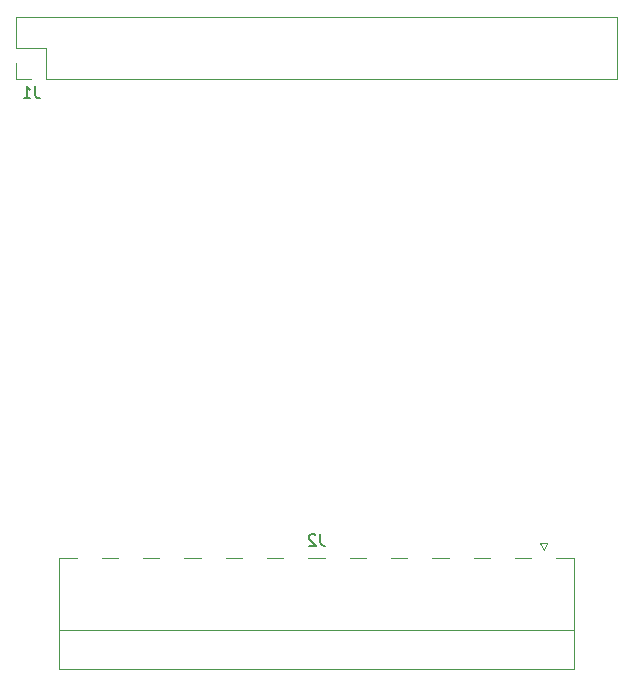
<source format=gbr>
G04 #@! TF.GenerationSoftware,KiCad,Pcbnew,(6.0.0-rc1-dev-1307-g4363cc0be)*
G04 #@! TF.CreationDate,2019-01-19T21:40:06+01:00
G04 #@! TF.ProjectId,authbox-relay-driver,61757468-626f-4782-9d72-656c61792d64,rev?*
G04 #@! TF.SameCoordinates,Original*
G04 #@! TF.FileFunction,Legend,Bot*
G04 #@! TF.FilePolarity,Positive*
%FSLAX46Y46*%
G04 Gerber Fmt 4.6, Leading zero omitted, Abs format (unit mm)*
G04 Created by KiCad (PCBNEW (6.0.0-rc1-dev-1307-g4363cc0be)) date Sat 19 Jan 2019 09:40:06 PM CET*
%MOMM*%
%LPD*%
G04 APERTURE LIST*
%ADD10C,0.120000*%
%ADD11C,0.150000*%
%ADD12C,2.602000*%
%ADD13R,1.802000X1.802000*%
%ADD14O,1.802000X1.802000*%
%ADD15O,1.902000X3.702000*%
%ADD16R,1.902000X3.702000*%
G04 APERTURE END LIST*
D10*
G04 #@! TO.C,J1*
X120590000Y-87570000D02*
X120590000Y-90170000D01*
X120590000Y-87570000D02*
X171510000Y-87570000D01*
X171510000Y-87570000D02*
X171510000Y-92770000D01*
X123190000Y-92770000D02*
X171510000Y-92770000D01*
X123190000Y-90170000D02*
X123190000Y-92770000D01*
X120590000Y-90170000D02*
X123190000Y-90170000D01*
X120590000Y-92770000D02*
X121920000Y-92770000D01*
X120590000Y-91440000D02*
X120590000Y-92770000D01*
G04 #@! TO.C,J2*
X165600000Y-132070000D02*
X165000000Y-132070000D01*
X165300000Y-132670000D02*
X165600000Y-132070000D01*
X165000000Y-132070000D02*
X165300000Y-132670000D01*
X167830000Y-139470000D02*
X124270000Y-139470000D01*
X129250000Y-133390000D02*
X127850000Y-133390000D01*
X132750000Y-133390000D02*
X131350000Y-133390000D01*
X136250000Y-133390000D02*
X134850000Y-133390000D01*
X139750000Y-133390000D02*
X138350000Y-133390000D01*
X143250000Y-133390000D02*
X141850000Y-133390000D01*
X146750000Y-133390000D02*
X145350000Y-133390000D01*
X150250000Y-133390000D02*
X148850000Y-133390000D01*
X153750000Y-133390000D02*
X152350000Y-133390000D01*
X157250000Y-133390000D02*
X155850000Y-133390000D01*
X160750000Y-133390000D02*
X159350000Y-133390000D01*
X164250000Y-133390000D02*
X162850000Y-133390000D01*
X124270000Y-133390000D02*
X125750000Y-133390000D01*
X167830000Y-133390000D02*
X166350000Y-133390000D01*
X124270000Y-142750000D02*
X124270000Y-133390000D01*
X167830000Y-142750000D02*
X124270000Y-142750000D01*
X167830000Y-133390000D02*
X167830000Y-142750000D01*
G04 #@! TO.C,J1*
D11*
X122253333Y-93432380D02*
X122253333Y-94146666D01*
X122300952Y-94289523D01*
X122396190Y-94384761D01*
X122539047Y-94432380D01*
X122634285Y-94432380D01*
X121253333Y-94432380D02*
X121824761Y-94432380D01*
X121539047Y-94432380D02*
X121539047Y-93432380D01*
X121634285Y-93575238D01*
X121729523Y-93670476D01*
X121824761Y-93718095D01*
G04 #@! TO.C,J2*
X146383333Y-131322380D02*
X146383333Y-132036666D01*
X146430952Y-132179523D01*
X146526190Y-132274761D01*
X146669047Y-132322380D01*
X146764285Y-132322380D01*
X145954761Y-131417619D02*
X145907142Y-131370000D01*
X145811904Y-131322380D01*
X145573809Y-131322380D01*
X145478571Y-131370000D01*
X145430952Y-131417619D01*
X145383333Y-131512857D01*
X145383333Y-131608095D01*
X145430952Y-131750952D01*
X146002380Y-132322380D01*
X145383333Y-132322380D01*
G04 #@! TD*
%LPC*%
D12*
G04 #@! TO.C,RV2*
X168550000Y-116670000D03*
X171090000Y-119210000D03*
X173630000Y-116670000D03*
G04 #@! TD*
G04 #@! TO.C,RV1*
X156050000Y-116670000D03*
X158590000Y-119210000D03*
X161130000Y-116670000D03*
G04 #@! TD*
D13*
G04 #@! TO.C,J1*
X121920000Y-91440000D03*
D14*
X121920000Y-88900000D03*
X124460000Y-91440000D03*
X124460000Y-88900000D03*
X127000000Y-91440000D03*
X127000000Y-88900000D03*
X129540000Y-91440000D03*
X129540000Y-88900000D03*
X132080000Y-91440000D03*
X132080000Y-88900000D03*
X134620000Y-91440000D03*
X134620000Y-88900000D03*
X137160000Y-91440000D03*
X137160000Y-88900000D03*
X139700000Y-91440000D03*
X139700000Y-88900000D03*
X142240000Y-91440000D03*
X142240000Y-88900000D03*
X144780000Y-91440000D03*
X144780000Y-88900000D03*
X147320000Y-91440000D03*
X147320000Y-88900000D03*
X149860000Y-91440000D03*
X149860000Y-88900000D03*
X152400000Y-91440000D03*
X152400000Y-88900000D03*
X154940000Y-91440000D03*
X154940000Y-88900000D03*
X157480000Y-91440000D03*
X157480000Y-88900000D03*
X160020000Y-91440000D03*
X160020000Y-88900000D03*
X162560000Y-91440000D03*
X162560000Y-88900000D03*
X165100000Y-91440000D03*
X165100000Y-88900000D03*
X167640000Y-91440000D03*
X167640000Y-88900000D03*
X170180000Y-91440000D03*
X170180000Y-88900000D03*
G04 #@! TD*
D15*
G04 #@! TO.C,J2*
X126800000Y-134670000D03*
X130300000Y-134670000D03*
X133800000Y-134670000D03*
X137300000Y-134670000D03*
X140800000Y-134670000D03*
X144300000Y-134670000D03*
X147800000Y-134670000D03*
X151300000Y-134670000D03*
X154800000Y-134670000D03*
X158300000Y-134670000D03*
X161800000Y-134670000D03*
D16*
X165300000Y-134670000D03*
G04 #@! TD*
M02*

</source>
